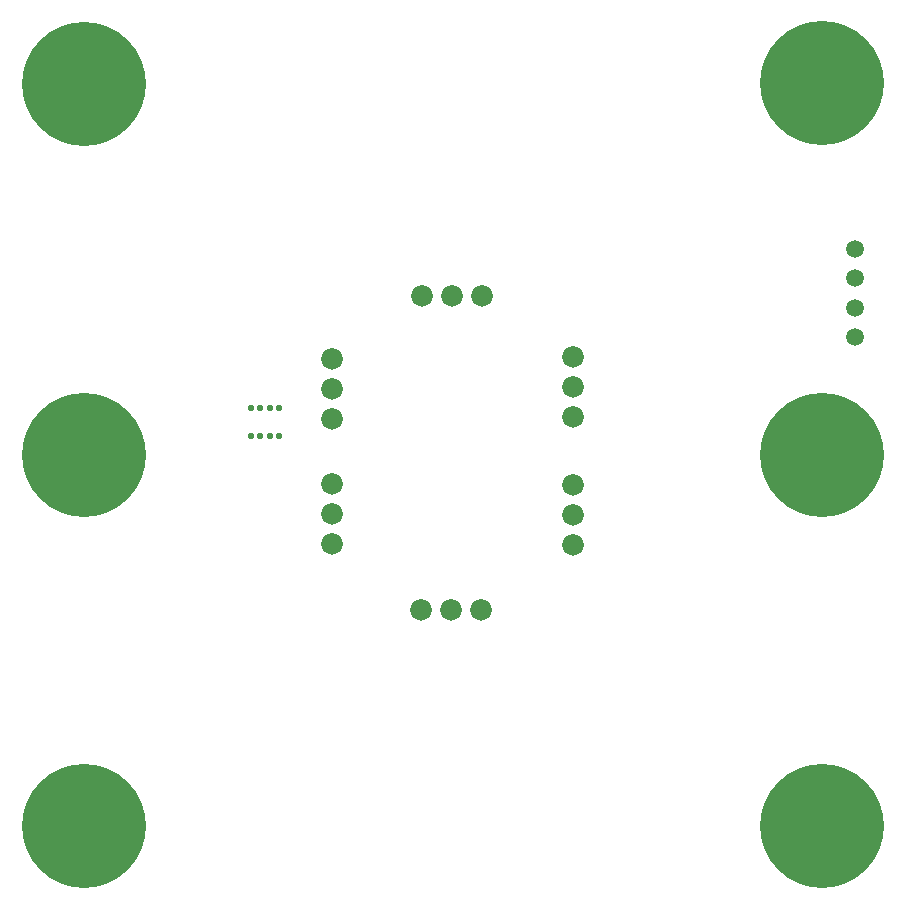
<source format=gbs>
%TF.GenerationSoftware,KiCad,Pcbnew,7.0.11*%
%TF.CreationDate,2024-03-27T11:39:53-04:00*%
%TF.ProjectId,Sensor-Board,53656e73-6f72-42d4-926f-6172642e6b69,rev?*%
%TF.SameCoordinates,Original*%
%TF.FileFunction,Soldermask,Bot*%
%TF.FilePolarity,Negative*%
%FSLAX46Y46*%
G04 Gerber Fmt 4.6, Leading zero omitted, Abs format (unit mm)*
G04 Created by KiCad (PCBNEW 7.0.11) date 2024-03-27 11:39:53*
%MOMM*%
%LPD*%
G01*
G04 APERTURE LIST*
G04 Aperture macros list*
%AMRoundRect*
0 Rectangle with rounded corners*
0 $1 Rounding radius*
0 $2 $3 $4 $5 $6 $7 $8 $9 X,Y pos of 4 corners*
0 Add a 4 corners polygon primitive as box body*
4,1,4,$2,$3,$4,$5,$6,$7,$8,$9,$2,$3,0*
0 Add four circle primitives for the rounded corners*
1,1,$1+$1,$2,$3*
1,1,$1+$1,$4,$5*
1,1,$1+$1,$6,$7*
1,1,$1+$1,$8,$9*
0 Add four rect primitives between the rounded corners*
20,1,$1+$1,$2,$3,$4,$5,0*
20,1,$1+$1,$4,$5,$6,$7,0*
20,1,$1+$1,$6,$7,$8,$9,0*
20,1,$1+$1,$8,$9,$2,$3,0*%
G04 Aperture macros list end*
%ADD10C,1.498600*%
%ADD11C,10.500000*%
%ADD12C,1.830000*%
%ADD13RoundRect,0.125000X0.125000X0.137500X-0.125000X0.137500X-0.125000X-0.137500X0.125000X-0.137500X0*%
G04 APERTURE END LIST*
D10*
%TO.C,J2*%
X171725000Y-78200000D03*
X171725000Y-80700000D03*
X171725000Y-83200000D03*
X171725000Y-85700000D03*
%TD*%
D11*
%TO.C,H2*%
X106450200Y-127058400D03*
%TD*%
%TO.C,H1*%
X106450200Y-64236400D03*
%TD*%
D12*
%TO.C,U27*%
X127500000Y-92590000D03*
X127500000Y-90040000D03*
X127500000Y-87500000D03*
%TD*%
D11*
%TO.C,H6*%
X168934200Y-127096400D03*
%TD*%
D12*
%TO.C,U28*%
X147850000Y-87380000D03*
X147850000Y-89930000D03*
X147850000Y-92470000D03*
%TD*%
D11*
%TO.C,H4*%
X168934200Y-95627500D03*
%TD*%
%TO.C,H5*%
X168934200Y-64196600D03*
%TD*%
%TO.C,H3*%
X106450200Y-95627500D03*
%TD*%
D12*
%TO.C,U23*%
X140140000Y-108750000D03*
X137590000Y-108750000D03*
X135050000Y-108750000D03*
%TD*%
%TO.C,U30*%
X147850000Y-103250000D03*
X147850000Y-100700000D03*
X147850000Y-98160000D03*
%TD*%
%TO.C,U29*%
X140190000Y-82200000D03*
X137640000Y-82200000D03*
X135100000Y-82200000D03*
%TD*%
%TO.C,U31*%
X127500000Y-98110000D03*
X127500000Y-100660000D03*
X127500000Y-103200000D03*
%TD*%
D13*
%TO.C,U10*%
X123010000Y-91650000D03*
X122210000Y-91650000D03*
X121410000Y-91650000D03*
X120610000Y-91650000D03*
X120610000Y-94025000D03*
X121410000Y-94025000D03*
X122210000Y-94025000D03*
X123010000Y-94025000D03*
%TD*%
M02*

</source>
